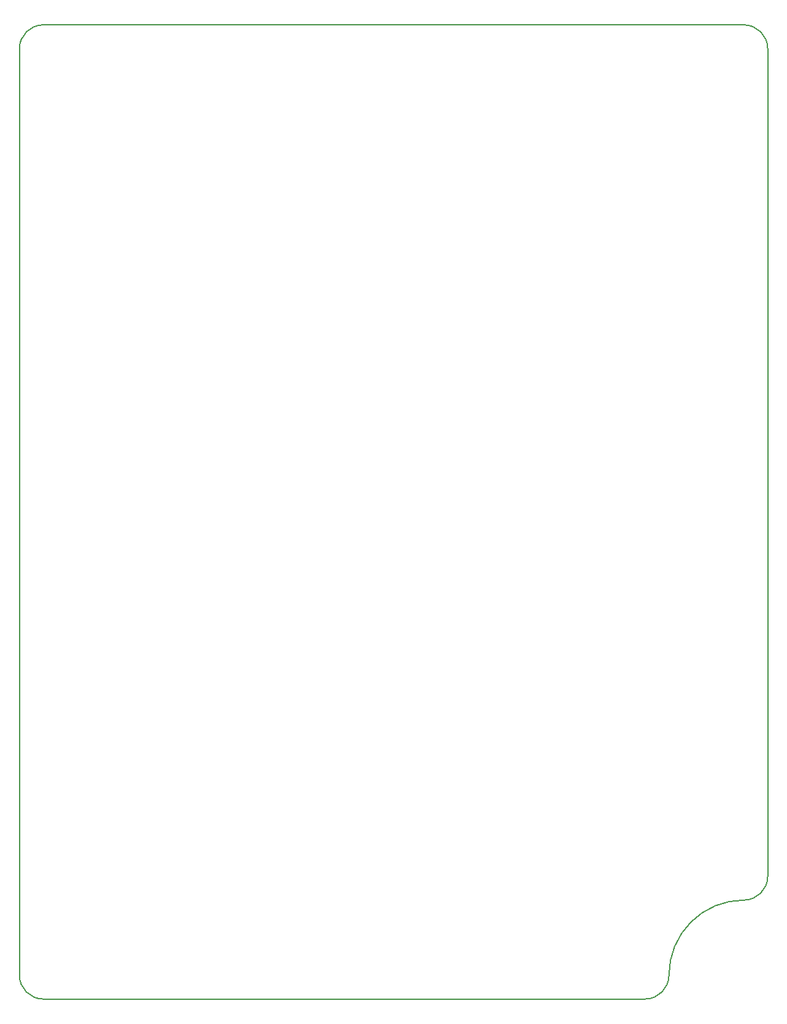
<source format=gbr>
%TF.GenerationSoftware,KiCad,Pcbnew,(6.0.4-0)*%
%TF.CreationDate,2023-05-19T08:40:51+01:00*%
%TF.ProjectId,fan-controller-pcb,66616e2d-636f-46e7-9472-6f6c6c65722d,rev?*%
%TF.SameCoordinates,Original*%
%TF.FileFunction,Profile,NP*%
%FSLAX46Y46*%
G04 Gerber Fmt 4.6, Leading zero omitted, Abs format (unit mm)*
G04 Created by KiCad (PCBNEW (6.0.4-0)) date 2023-05-19 08:40:51*
%MOMM*%
%LPD*%
G01*
G04 APERTURE LIST*
%TA.AperFunction,Profile*%
%ADD10C,0.160000*%
%TD*%
G04 APERTURE END LIST*
D10*
X60000000Y-28200000D02*
X60000000Y-151800000D01*
X156800000Y-141800000D02*
G75*
G03*
X146800000Y-151800018I0J-10000000D01*
G01*
X63200000Y-155000000D02*
X143600000Y-155000000D01*
X63200000Y-25000000D02*
G75*
G03*
X60000000Y-28200000I0J-3200000D01*
G01*
X156800000Y-141800000D02*
G75*
G03*
X160000000Y-138600000I0J3200000D01*
G01*
X143600000Y-155000000D02*
G75*
G03*
X146800000Y-151800018I0J3200000D01*
G01*
X160000000Y-28200000D02*
X160000000Y-138600000D01*
X60000000Y-151800000D02*
G75*
G03*
X63200000Y-155000000I3200000J0D01*
G01*
X160000000Y-28200000D02*
G75*
G03*
X156800000Y-25000000I-3200000J0D01*
G01*
X63200000Y-25000000D02*
X156800000Y-25000000D01*
M02*

</source>
